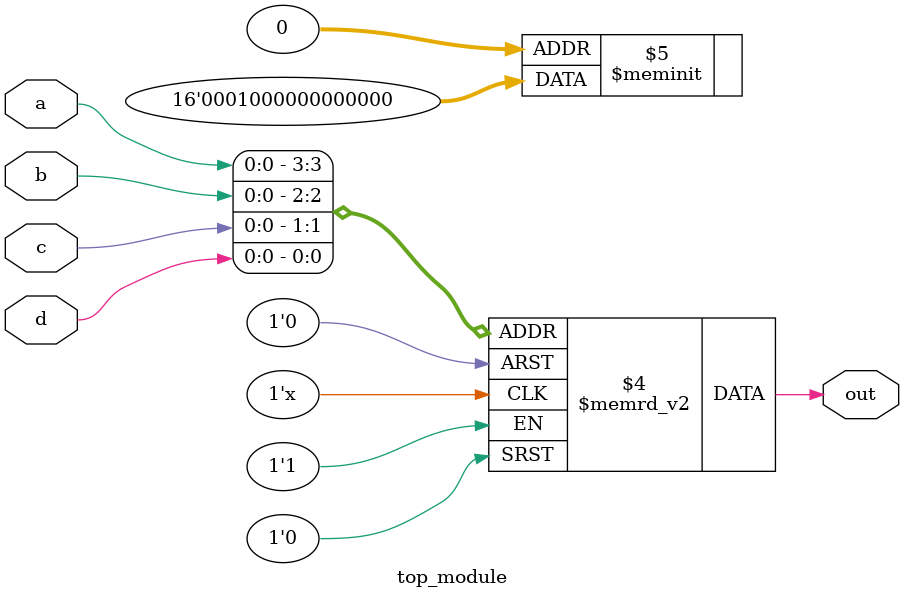
<source format=sv>
module top_module (
	input a, 
	input b,
	input c,
	input d,
	output reg out
);

	always @(*) begin
		case ({a, b, c, d})
			4'b0000: out = 1'b0;
			4'b0001: out = 1'b0;
			4'b0010: out = 1'b0;
			4'b0011: out = 1'b0;
			4'b0100: out = 1'b0;
			4'b0101: out = 1'b0;
			4'b0110: out = 1'b0;
			4'b0111: out = 1'b0;
			4'b1000: out = 1'b0;
			4'b1001: out = 1'b0;
			4'b1010: out = 1'b0;
			4'b1011: out = 1'b0;
			4'b1100: out = 1'b1;
			4'b1101: out = 1'b0;
			default: out = 1'b0;
		endcase
	end
endmodule

</source>
